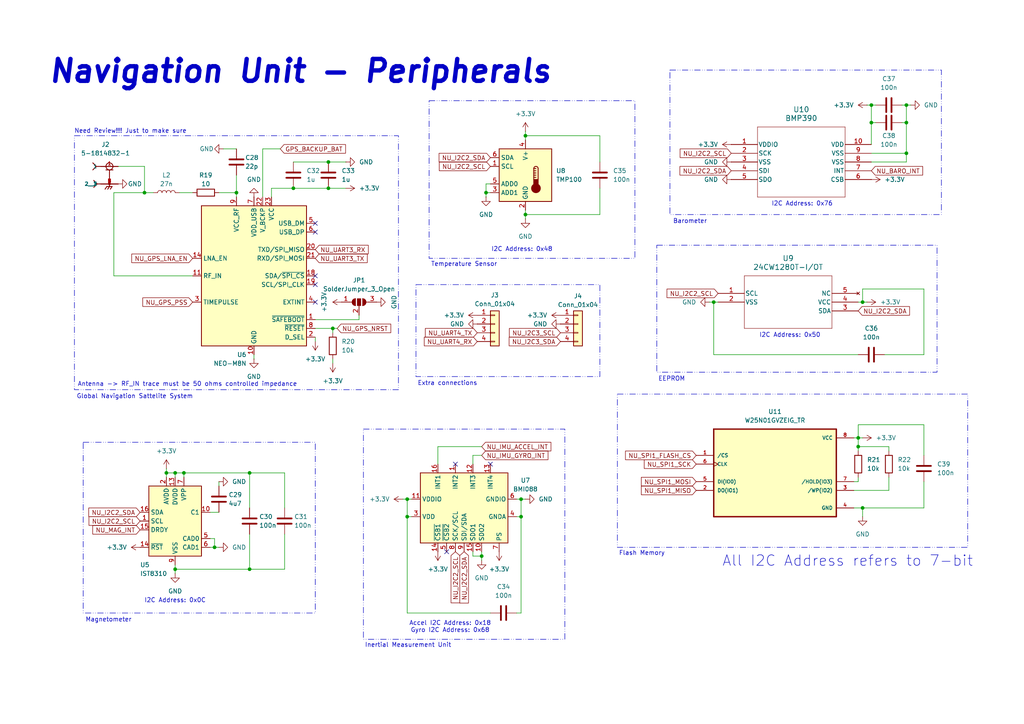
<source format=kicad_sch>
(kicad_sch (version 20250114) (generator "eeschema") (generator_version "9.0")
  (paper "A4")
  (title_block (title "Navigation Unit - Peripherals") (rev "0.1.2") (company "Breno Soares Alves"))
  (lib_symbols
    (symbol "Aircraft_Components:24CW1280T-I_OT" (pin_names (offset 0.254))
      (property "Reference" "U" (at 20.32 10.16 0))
      (property "Value" "24CW1280T-I/OT" (at 20.32 7.62 0))
      (symbol "24CW1280T-I_OT_0_1"
        (polyline (pts (xy 7.62 5.08) (xy 7.62 -10.16)) (stroke (width 0.127)))
        (polyline (pts (xy 7.62 -10.16) (xy 33.02 -10.16)) (stroke (width 0.127)))
        (polyline (pts (xy 33.02 5.08) (xy 7.62 5.08)) (stroke (width 0.127)))
        (polyline (pts (xy 33.02 -10.16) (xy 33.02 5.08)) (stroke (width 0.127)))
        (pin unspecified line (at 0 0 0) (length 7.62) (name "SCL") (number "1"))
        (pin power_out line (at 0 -2.54 0) (length 7.62) (name "VSS") (number "2"))
        (pin no_connect line (at 40.64 0 180) (length 7.62) (name "NC") (number "5"))
        (pin power_in line (at 40.64 -2.54 180) (length 7.62) (name "VCC") (number "4"))
        (pin unspecified line (at 40.64 -5.08 180) (length 7.62) (name "SDA") (number "3"))
      )
    )
    (symbol "Aircraft_Components:5-1814832-1" (pin_names (offset 1.016))
      (property "Reference" "J" (at -3.817 4.0715 0))
      (property "Value" "5-1814832-1" (at -4.3228 -5.5942 0))
      (symbol "5-1814832-1_0_0"
        (polyline (pts (xy -4.826 3.556) (xy -3.81 2.54)) (stroke (width 0.254)))
        (polyline (pts (xy -4.826 1.524) (xy -3.81 2.54)) (stroke (width 0.254)))
        (polyline (pts (xy -4.572 -1.524) (xy -3.556 -2.54)) (stroke (width 0.254)))
        (polyline (pts (xy -4.572 -3.556) (xy -3.556 -2.54)) (stroke (width 0.254)))
        (polyline (pts (xy -3.81 2.54) (xy 2.54 2.54)) (stroke (width 0.254)))
        (polyline (pts (xy -1.016 1.524) (xy 0 1.524)) (stroke (width 0.254)))
        (polyline (pts (xy -0.762 -3.302) (xy -1.27 -4.064)) (stroke (width 0.254)))
        (circle (center 0 2.54) (radius 1.016) (stroke (width 0.254)))
        (polyline (pts (xy 0 1.524) (xy 0 -2.54)) (stroke (width 0.254)))
        (polyline (pts (xy 0 1.524) (xy 1.016 1.524)) (stroke (width 0.254)))
        (polyline (pts (xy 0 -2.54) (xy -3.556 -2.54)) (stroke (width 0.254)))
        (polyline (pts (xy 0 -2.54) (xy 0 -3.302)) (stroke (width 0.254)))
        (circle (center 0 -2.54) (radius 0.254) (stroke (width 0.254)))
        (polyline (pts (xy 0 -3.302) (xy -0.762 -3.302)) (stroke (width 0.254)))
        (polyline (pts (xy 0 -3.302) (xy -0.508 -4.064)) (stroke (width 0.254)))
        (polyline (pts (xy 0 -3.302) (xy 0.762 -3.302)) (stroke (width 0.254)))
        (polyline (pts (xy 0.762 -3.302) (xy 0.254 -4.064)) (stroke (width 0.254)))
        (polyline (pts (xy 2.54 -2.54) (xy 0 -2.54)) (stroke (width 0.254)))
        (pin passive line (at 2.54 2.54 180) (length 5.08) (name "1") (number "1"))
        (pin passive line (at 2.54 -2.54 180) (length 5.08) (name "2") (number "2"))
        (pin passive line (at 2.54 -2.54 180) (length 5.08) (name "2__1") (number "3"))
        (pin passive line (at 2.54 -2.54 180) (length 5.08) (name "2__2") (number "4"))
        (pin passive line (at 2.54 -2.54 180) (length 5.08) (name "2__3") (number "5"))
      )
    )
    (symbol "Aircraft_Components:BMP390" (pin_names (offset 0.254))
      (property "Reference" "U" (at 20.32 10.16 0))
      (property "Value" "BMP390" (at 20.32 7.62 0))
      (symbol "BMP390_0_1"
        (polyline (pts (xy 7.62 5.08) (xy 7.62 -15.24)) (stroke (width 0.127)))
        (polyline (pts (xy 7.62 -15.24) (xy 33.02 -15.24)) (stroke (width 0.127)))
        (polyline (pts (xy 33.02 5.08) (xy 7.62 5.08)) (stroke (width 0.127)))
        (polyline (pts (xy 33.02 -15.24) (xy 33.02 5.08)) (stroke (width 0.127)))
        (pin power_in line (at 0 0 0) (length 7.62) (name "VDDIO") (number "1"))
        (pin input line (at 0 -2.54 0) (length 7.62) (name "SCK") (number "2"))
        (pin power_out line (at 0 -5.08 0) (length 7.62) (name "VSS") (number "3"))
        (pin bidirectional line (at 0 -7.62 0) (length 7.62) (name "SDI") (number "4"))
        (pin bidirectional line (at 0 -10.16 0) (length 7.62) (name "SDO") (number "5"))
        (pin power_in line (at 40.64 0 180) (length 7.62) (name "VDD") (number "10"))
        (pin power_out line (at 40.64 -2.54 180) (length 7.62) (name "VSS") (number "9"))
        (pin power_out line (at 40.64 -5.08 180) (length 7.62) (name "VSS") (number "8"))
        (pin input line (at 40.64 -7.62 180) (length 7.62) (name "INT") (number "7"))
        (pin input line (at 40.64 -10.16 180) (length 7.62) (name "CSB") (number "6"))
      )
    )
    (symbol "Aircraft_Components:W25N01GVZEIG_TR" (pin_names (offset 1.016))
      (property "Reference" "U" (at -17.78 13.7 0))
      (property "Value" "W25N01GVZEIG_TR" (at -17.78 -16.7 0))
      (symbol "W25N01GVZEIG_TR_0_0"
        (rectangle (start -17.78 12.7) (end 17.78 -12.7) (stroke (width 0.41)) (fill (type background)))
        (pin input line (at -22.86 5.08 0) (length 5.08) (name "/CS") (number "1"))
        (pin input clock (at -22.86 2.54 0) (length 5.08) (name "CLK") (number "6"))
        (pin bidirectional line (at -22.86 -2.54 0) (length 5.08) (name "DI(IO0)") (number "5"))
        (pin bidirectional line (at -22.86 -5.08 0) (length 5.08) (name "DO(IO1)") (number "2"))
        (pin power_in line (at 22.86 10.16 180) (length 5.08) (name "VCC") (number "8"))
        (pin bidirectional line (at 22.86 -2.54 180) (length 5.08) (name "/HOLD(IO3)") (number "7"))
        (pin bidirectional line (at 22.86 -5.08 180) (length 5.08) (name "/WP(IO2)") (number "3"))
        (pin power_in line (at 22.86 -10.16 180) (length 5.08) (name "GND") (number "4"))
      )
    )
    (symbol "Connector_Generic:Conn_01x04" (pin_names (offset 1.016) (hide yes))
      (property "Reference" "J" (at 0 5.08 0))
      (property "Value" "Conn_01x04" (at 0 -7.62 0))
      (symbol "Conn_01x04_1_1"
        (rectangle (start -1.27 3.81) (end 1.27 -6.35) (stroke (width 0.254)) (fill (type background)))
        (rectangle (start -1.27 2.667) (end 0 2.413) (stroke (width 0.1524)))
        (rectangle (start -1.27 0.127) (end 0 -0.127) (stroke (width 0.1524)))
        (rectangle (start -1.27 -2.413) (end 0 -2.667) (stroke (width 0.1524)))
        (rectangle (start -1.27 -4.953) (end 0 -5.207) (stroke (width 0.1524)))
        (pin passive line (at -5.08 2.54 0) (length 3.81) (name "Pin_1") (number "1"))
        (pin passive line (at -5.08 0 0) (length 3.81) (name "Pin_2") (number "2"))
        (pin passive line (at -5.08 -2.54 0) (length 3.81) (name "Pin_3") (number "3"))
        (pin passive line (at -5.08 -5.08 0) (length 3.81) (name "Pin_4") (number "4"))
      )
    )
    (symbol "Device:C" (pin_numbers (hide yes)) (pin_names (offset 0.254))
      (property "Reference" "C" (at 0.635 2.54 0))
      (property "Value" "C" (at 0.635 -2.54 0))
      (symbol "C_0_1"
        (polyline (pts (xy -2.032 0.762) (xy 2.032 0.762)) (stroke (width 0.508)))
        (polyline (pts (xy -2.032 -0.762) (xy 2.032 -0.762)) (stroke (width 0.508)))
      )
      (symbol "C_1_1"
        (pin passive line (at 0 3.81 270) (length 2.794) (name "~") (number "1"))
        (pin passive line (at 0 -3.81 90) (length 2.794) (name "~") (number "2"))
      )
    )
    (symbol "Device:L" (pin_numbers (hide yes)) (pin_names (offset 1.016) (hide yes))
      (property "Reference" "L" (at -1.27 0 90))
      (property "Value" "L" (at 1.905 0 90))
      (symbol "L_0_1"
        (arc (start 0 2.54) (mid 0.6323 1.905) (end 0 1.27))
        (arc (start 0 1.27) (mid 0.6323 0.635) (end 0 0))
        (arc (start 0 0) (mid 0.6323 -0.635) (end 0 -1.27))
        (arc (start 0 -1.27) (mid 0.6323 -1.905) (end 0 -2.54))
      )
      (symbol "L_1_1"
        (pin passive line (at 0 3.81 270) (length 1.27) (name "1") (number "1"))
        (pin passive line (at 0 -3.81 90) (length 1.27) (name "2") (number "2"))
      )
    )
    (symbol "Device:R" (pin_numbers (hide yes)) (pin_names (offset 0))
      (property "Reference" "R" (at 2.032 0 90))
      (property "Value" "R" (at 0 0 90))
      (symbol "R_0_1"
        (rectangle (start -1.016 -2.54) (end 1.016 2.54) (stroke (width 0.254)))
      )
      (symbol "R_1_1"
        (pin passive line (at 0 3.81 270) (length 1.27) (name "~") (number "1"))
        (pin passive line (at 0 -3.81 90) (length 1.27) (name "~") (number "2"))
      )
    )
    (symbol "Jumper:SolderJumper_3_Open" (pin_names (offset 0) (hide yes)) (in_bom no)
      (property "Reference" "JP" (at -2.54 -2.54 0))
      (property "Value" "SolderJumper_3_Open" (at 0 2.794 0))
      (symbol "SolderJumper_3_Open_0_1"
        (polyline (pts (xy -2.54 0) (xy -2.032 0)))
        (polyline (pts (xy -1.016 1.016) (xy -1.016 -1.016)))
        (arc (start -1.016 -1.016) (mid -2.0276 0) (end -1.016 1.016))
        (arc (start -1.016 -1.016) (mid -2.0276 0) (end -1.016 1.016) (fill (type outline)))
        (rectangle (start -0.508 1.016) (end 0.508 -1.016) (fill (type outline)))
        (polyline (pts (xy 0 -1.27) (xy 0 -1.016)))
        (arc (start 1.016 1.016) (mid 2.0276 0) (end 1.016 -1.016))
        (arc (start 1.016 1.016) (mid 2.0276 0) (end 1.016 -1.016) (fill (type outline)))
        (polyline (pts (xy 1.016 1.016) (xy 1.016 -1.016)))
        (polyline (pts (xy 2.54 0) (xy 2.032 0)))
      )
      (symbol "SolderJumper_3_Open_1_1"
        (pin passive line (at -5.08 0 0) (length 2.54) (name "A") (number "1"))
        (pin passive line (at 0 -3.81 90) (length 2.54) (name "C") (number "2"))
        (pin passive line (at 5.08 0 180) (length 2.54) (name "B") (number "3"))
      )
    )
    (symbol "RF_GPS:NEO-M8N"
      (property "Reference" "U" (at -13.97 21.59 0))
      (property "Value" "NEO-M8N" (at 11.43 21.59 0))
      (symbol "NEO-M8N_0_1"
        (rectangle (start -15.24 20.32) (end 15.24 -20.32) (stroke (width 0.254)) (fill (type background)))
      )
      (symbol "NEO-M8N_1_1"
        (pin bidirectional line (at -17.78 15.24 0) (length 2.54) (name "USB_DM") (number "5"))
        (pin bidirectional line (at -17.78 12.7 0) (length 2.54) (name "USB_DP") (number "6"))
        (pin output line (at -17.78 7.62 0) (length 2.54) (name "TXD/SPI_MISO") (number "20"))
        (pin input line (at -17.78 5.08 0) (length 2.54) (name "RXD/SPI_MOSI") (number "21"))
        (pin bidirectional line (at -17.78 0 0) (length 2.54) (name "SDA/~{SPI_CS}") (number "18"))
        (pin input line (at -17.78 -2.54 0) (length 2.54) (name "SCL/SPI_CLK") (number "19"))
        (pin input line (at -17.78 -7.62 0) (length 2.54) (name "EXTINT") (number "4"))
        (pin input line (at -17.78 -12.7 0) (length 2.54) (name "~{SAFEBOOT}") (number "1"))
        (pin input line (at -17.78 -15.24 0) (length 2.54) (name "~{RESET}") (number "8"))
        (pin input line (at -17.78 -17.78 0) (length 2.54) (name "D_SEL") (number "2"))
        (pin power_in line (at -5.08 22.86 270) (length 2.54) (name "VCC") (number "23"))
        (pin power_in line (at -2.54 22.86 270) (length 2.54) (name "V_BCKP") (number "22"))
        (pin power_in line (at 0 22.86 270) (length 2.54) (name "VDD_USB") (number "7"))
        (pin power_in line (at 0 -22.86 90) (length 2.54) (name "GND") (number "10"))
        (pin passive line (at 0 -22.86 90) (length 2.54) (hide yes) (name "GND") (number "12"))
        (pin passive line (at 0 -22.86 90) (length 2.54) (hide yes) (name "GND") (number "13"))
        (pin passive line (at 0 -22.86 90) (length 2.54) (hide yes) (name "GND") (number "24"))
        (pin power_out line (at 5.08 22.86 270) (length 2.54) (name "VCC_RF") (number "9"))
        (pin no_connect line (at 15.24 -10.16 180) (length 2.54) (hide yes) (name "RESERVED") (number "15"))
        (pin no_connect line (at 15.24 -12.7 180) (length 2.54) (hide yes) (name "RESERVED") (number "16"))
        (pin no_connect line (at 15.24 -15.24 180) (length 2.54) (hide yes) (name "RESERVED") (number "17"))
        (pin output line (at 17.78 5.08 180) (length 2.54) (name "LNA_EN") (number "14"))
        (pin input line (at 17.78 0 180) (length 2.54) (name "RF_IN") (number "11"))
        (pin output line (at 17.78 -7.62 180) (length 2.54) (name "TIMEPULSE") (number "3"))
      )
    )
    (symbol "Sensor_Magnetic:IST8310"
      (property "Reference" "U" (at -7.62 11.43 0))
      (property "Value" "IST8310" (at 10.16 11.43 0))
      (symbol "IST8310_0_1"
        (rectangle (start -7.62 10.16) (end 7.62 -10.16) (stroke (width 0.254)) (fill (type background)))
      )
      (symbol "IST8310_1_1"
        (pin bidirectional line (at -10.16 2.54 0) (length 2.54) (name "SDA") (number "16"))
        (pin input line (at -10.16 0 0) (length 2.54) (name "SCL") (number "1"))
        (pin output line (at -10.16 -2.54 0) (length 2.54) (name "DRDY") (number "15"))
        (pin input line (at -10.16 -7.62 0) (length 2.54) (name "~{RST}") (number "14"))
        (pin no_connect line (at -7.62 7.62 0) (length 2.54) (hide yes) (name "NC") (number "3"))
        (pin no_connect line (at -7.62 5.08 0) (length 2.54) (hide yes) (name "NC") (number "4"))
        (pin power_in line (at -2.54 12.7 270) (length 2.54) (name "AVDD") (number "2"))
        (pin power_in line (at 0 12.7 270) (length 2.54) (name "DVDD") (number "13"))
        (pin passive line (at 0 -12.7 90) (length 2.54) (hide yes) (name "VSS") (number "11"))
        (pin power_in line (at 0 -12.7 90) (length 2.54) (name "VSS") (number "9"))
        (pin passive line (at 2.54 12.7 270) (length 2.54) (name "VPP") (number "7"))
        (pin no_connect line (at 7.62 7.62 180) (length 2.54) (hide yes) (name "NC") (number "12"))
        (pin no_connect line (at 7.62 5.08 180) (length 2.54) (hide yes) (name "NC") (number "8"))
        (pin passive line (at 10.16 2.54 180) (length 2.54) (name "C1") (number "10"))
        (pin input line (at 10.16 -5.08 180) (length 2.54) (name "CAD0") (number "5"))
        (pin input line (at 10.16 -7.62 180) (length 2.54) (name "CAD1") (number "6"))
      )
    )
    (symbol "Sensor_Motion:BMI088"
      (property "Reference" "U" (at -8.89 13.97 0))
      (property "Value" "BMI088" (at 8.89 13.97 0))
      (symbol "BMI088_1_1"
        (rectangle (start -10.16 12.7) (end 10.16 -12.7) (stroke (width 0.254)) (fill (type background)))
        (pin input line (at -12.7 7.62 0) (length 2.54) (name "~{CSB1}") (number "14"))
        (pin input line (at -12.7 5.08 0) (length 2.54) (name "~{CSB2}") (number "5"))
        (pin input line (at -12.7 2.54 0) (length 2.54) (name "SCK/SCL") (number "8"))
        (pin bidirectional line (at -12.7 0 0) (length 2.54) (name "SDI/SDA") (number "9"))
        (pin output line (at -12.7 -2.54 0) (length 2.54) (name "SDO1") (number "15"))
        (pin output line (at -12.7 -5.08 0) (length 2.54) (name "SDO2") (number "10"))
        (pin input line (at -12.7 -10.16 0) (length 2.54) (name "PS") (number "7"))
        (pin power_in line (at -2.54 15.24 270) (length 2.54) (name "VDD") (number "3"))
        (pin passive line (at -2.54 -15.24 90) (length 2.54) (hide yes) (name "GNDA") (number "2"))
        (pin power_in line (at -2.54 -15.24 90) (length 2.54) (name "GNDA") (number "4"))
        (pin power_in line (at 2.54 15.24 270) (length 2.54) (name "VDDIO") (number "11"))
        (pin power_in line (at 2.54 -15.24 90) (length 2.54) (name "GNDIO") (number "6"))
        (pin bidirectional line (at 12.7 7.62 180) (length 2.54) (name "INT1") (number "16"))
        (pin bidirectional line (at 12.7 2.54 180) (length 2.54) (name "INT2") (number "1"))
        (pin bidirectional line (at 12.7 -2.54 180) (length 2.54) (name "INT3") (number "12"))
        (pin bidirectional line (at 12.7 -7.62 180) (length 2.54) (name "INT4") (number "13"))
      )
    )
    (symbol "Sensor_Temperature:TMP100"
      (property "Reference" "U" (at 10.16 6.35 0))
      (property "Value" "TMP100" (at 12.7 3.81 0))
      (symbol "TMP100_0_1"
        (rectangle (start -7.62 7.62) (end 7.62 -7.62) (stroke (width 0.254)) (fill (type background)))
      )
      (symbol "TMP100_1_1"
        (polyline (pts (xy 2.413 1.905) (xy 2.413 -1.27)) (stroke (width 0.254)))
        (polyline (pts (xy 2.413 1.905) (xy 3.048 1.905)) (stroke (width 0.254)))
        (polyline (pts (xy 2.413 1.27) (xy 3.048 1.27)) (stroke (width 0.254)))
        (polyline (pts (xy 2.413 0.635) (xy 3.048 0.635)) (stroke (width 0.254)))
        (polyline (pts (xy 2.413 0) (xy 3.048 0)) (stroke (width 0.254)))
        (polyline (pts (xy 2.413 -0.635) (xy 3.048 -0.635)) (stroke (width 0.254)))
        (arc (start 2.413 1.905) (mid 3.048 2.5373) (end 3.683 1.905) (stroke (width 0.254)))
        (circle (center 3.048 -3.81) (radius 1.27) (stroke (width 0.254)) (fill (type outline)))
        (polyline (pts (xy 3.683 1.905) (xy 3.683 -1.27)) (stroke (width 0.254)))
        (rectangle (start 3.683 -3.175) (end 2.413 -1.27) (stroke (width 0.254)) (fill (type outline)))
        (pin bidirectional line (at -10.16 5.08 0) (length 2.54) (name "SDA") (number "6"))
        (pin input line (at -10.16 2.54 0) (length 2.54) (name "SCL") (number "1"))
        (pin input line (at -10.16 -2.54 0) (length 2.54) (name "ADD0") (number "5"))
        (pin input line (at -10.16 -5.08 0) (length 2.54) (name "ADD1") (number "3"))
        (pin power_in line (at 0 10.16 270) (length 2.54) (name "V+") (number "4"))
        (pin power_in line (at 0 -10.16 90) (length 2.54) (name "GND") (number "2"))
      )
    )
    (symbol "power:+3.3V" (power) (pin_numbers (hide yes)) (pin_names (offset 0) (hide yes))
      (property "Value" "+3.3V" (at 0 3.556 0))
      (symbol "+3.3V_0_1"
        (polyline (pts (xy -0.762 1.27) (xy 0 2.54)))
        (polyline (pts (xy 0 2.54) (xy 0.762 1.27)))
        (polyline (pts (xy 0 0) (xy 0 2.54)))
      )
      (symbol "+3.3V_1_1"
        (pin power_in line (at 0 0 90) (length 0) (name "~") (number "1"))
      )
    )
    (symbol "power:GND" (power) (pin_numbers (hide yes)) (pin_names (offset 0) (hide yes))
      (property "Value" "GND" (at 0 -3.81 0))
      (symbol "GND_0_1"
        (polyline (pts (xy 0 0) (xy 0 -1.27) (xy 1.27 -1.27) (xy 0 -2.54) (xy -1.27 -1.27) (xy 0 -1.27)))
      )
      (symbol "GND_1_1"
        (pin power_in line (at 0 0 270) (length 0) (name "~") (number "1"))
      )
    )
  )
  (rectangle (start 120.65 82.55) (end 173.99 109.22) (stroke (width 0) (type dash_dot_dot)))
  (rectangle (start 194.31 20.32) (end 273.05 62.23) (stroke (width 0) (type dash_dot_dot)))
  (rectangle (start 124.46 29.21) (end 184.15 74.93) (stroke (width 0) (type dash_dot_dot)))
  (rectangle (start 190.5 71.12) (end 271.78 107.95) (stroke (width 0) (type dash_dot_dot)))
  (rectangle (start 21.59 39.37) (end 115.57 113.03) (stroke (width 0) (type dash_dot_dot)))
  (rectangle (start 105.41 124.46) (end 163.83 185.42) (stroke (width 0) (type dash_dot_dot)))
  (rectangle (start 179.07 114.3) (end 280.67 158.75) (stroke (width 0) (type dash_dot_dot)))
  (rectangle (start 24.13 128.27) (end 91.44 177.8) (stroke (width 0) (type dash_dot_dot)))
  (text "Magnetometer" (at 31.496 179.832 0) (effects (font (size 1.27 1.27))))
  (text "Navigation Unit - Peripherals" (at 87.122 20.828 0) (effects (font (size 6.35 6.35) (thickness 1.27) (bold yes) (italic yes))))
  (text "I2C Address: 0x48" (at 151.384 72.39 0) (effects (font (size 1.27 1.27))))
  (text "Flash Memory" (at 186.182 160.528 0) (effects (font (size 1.27 1.27))))
  (text "I2C Address: 0x76" (at 232.664 59.182 0) (effects (font (size 1.27 1.27))))
  (text "Barometer" (at 200.152 64.262 0) (effects (font (size 1.27 1.27))))
  (text "Temperature Sensor" (at 134.62 76.708 0) (effects (font (size 1.27 1.27))))
  (text "Accel I2C Address: 0x18\nGyro I2C Address: 0x68" (at 130.556 181.864 0) (effects (font (size 1.27 1.27))))
  (text "EEPROM" (at 194.818 109.982 0) (effects (font (size 1.27 1.27))))
  (text "Need Review!!! Just to make sure" (at 37.846 38.1 0) (effects (font (size 1.27 1.27))))
  (text "Global Navigation Sattelite System" (at 39.116 115.062 0) (effects (font (size 1.27 1.27))))
  (text "Inertial Measurement Unit" (at 118.364 187.198 0) (effects (font (size 1.27 1.27))))
  (text "All I2C Address refers to 7-bit" (at 245.872 162.814 0) (effects (font (size 3.048 3.048))))
  (text "Antenna -> RF_IN trace must be 50 ohms controlled impedance" (at 54.356 111.506 0) (effects (font (size 1.27 1.27))))
  (text "I2C Address: 0x0C" (at 50.8 174.244 0) (effects (font (size 1.27 1.27))))
  (text "I2C Address: 0x50" (at 229.108 97.282 0) (effects (font (size 1.27 1.27))))
  (text "Extra connections" (at 129.794 111.252 0) (effects (font (size 1.27 1.27))))
  (junction (at 68.58 55.88))
  (junction (at 95.25 46.99))
  (junction (at 72.39 165.1))
  (junction (at 62.23 158.75))
  (junction (at 248.92 127))
  (junction (at 50.8 165.1))
  (junction (at 118.11 144.78))
  (junction (at 250.19 87.63))
  (junction (at 207.01 87.63))
  (junction (at 53.34 137.16))
  (junction (at 140.97 55.88))
  (junction (at 85.09 54.61))
  (junction (at 96.52 95.25))
  (junction (at 118.11 149.86))
  (junction (at 252.73 35.56))
  (junction (at 262.89 35.56))
  (junction (at 139.7 161.29))
  (junction (at 262.89 44.45))
  (junction (at 95.25 54.61))
  (junction (at 250.19 147.32))
  (junction (at 41.91 55.88))
  (junction (at 152.4 39.37))
  (junction (at 72.39 137.16))
  (junction (at 151.13 144.78))
  (junction (at 151.13 149.86))
  (junction (at 252.73 30.48))
  (junction (at 248.92 129.54))
  (junction (at 152.4 62.23))
  (junction (at 262.89 30.48))
  (junction (at 50.8 137.16))
  (junction (at 48.26 137.16))
  (no_connect (at 91.44 80.01))
  (no_connect (at 142.24 134.62))
  (no_connect (at 91.44 67.31))
  (no_connect (at 129.54 160.02))
  (no_connect (at 91.44 82.55))
  (no_connect (at 132.08 134.62))
  (no_connect (at 91.44 87.63))
  (no_connect (at 91.44 64.77))
  (wire (pts (xy 82.55 137.16) (xy 72.39 137.16)))
  (wire (pts (xy 149.86 149.86) (xy 151.13 149.86)))
  (wire (pts (xy 118.11 144.78) (xy 119.38 144.78)))
  (wire (pts (xy 118.11 177.8) (xy 118.11 149.86)))
  (wire (pts (xy 257.81 142.24) (xy 257.81 138.43)))
  (wire (pts (xy 140.97 55.88) (xy 142.24 55.88)))
  (wire (pts (xy 33.02 55.88) (xy 33.02 80.01)))
  (wire (pts (xy 149.86 144.78) (xy 151.13 144.78)))
  (wire (pts (xy 139.7 160.02) (xy 139.7 161.29)))
  (wire (pts (xy 262.89 35.56) (xy 262.89 44.45)))
  (wire (pts (xy 257.81 129.54) (xy 248.92 129.54)))
  (wire (pts (xy 248.92 139.7) (xy 248.92 138.43)))
  (wire (pts (xy 96.52 104.14) (xy 96.52 105.41)))
  (wire (pts (xy 252.73 30.48) (xy 254 30.48)))
  (wire (pts (xy 72.39 147.32) (xy 72.39 137.16)))
  (wire (pts (xy 256.54 102.87) (xy 267.97 102.87)))
  (wire (pts (xy 82.55 147.32) (xy 82.55 137.16)))
  (wire (pts (xy 250.19 87.63) (xy 250.19 83.82)))
  (wire (pts (xy 50.8 165.1) (xy 72.39 165.1)))
  (wire (pts (xy 41.91 55.88) (xy 41.91 48.26)))
  (wire (pts (xy 72.39 165.1) (xy 72.39 154.94)))
  (wire (pts (xy 262.89 44.45) (xy 252.73 44.45)))
  (wire (pts (xy 50.8 137.16) (xy 53.34 137.16)))
  (wire (pts (xy 140.97 57.15) (xy 140.97 55.88)))
  (wire (pts (xy 250.19 87.63) (xy 251.46 87.63)))
  (wire (pts (xy 152.4 39.37) (xy 173.99 39.37)))
  (wire (pts (xy 252.73 35.56) (xy 252.73 41.91)))
  (wire (pts (xy 48.26 135.89) (xy 48.26 137.16)))
  (wire (pts (xy 68.58 55.88) (xy 63.5 55.88)))
  (wire (pts (xy 140.97 55.88) (xy 140.97 53.34)))
  (wire (pts (xy 252.73 30.48) (xy 252.73 35.56)))
  (wire (pts (xy 261.62 35.56) (xy 262.89 35.56)))
  (wire (pts (xy 248.92 129.54) (xy 248.92 130.81)))
  (wire (pts (xy 53.34 137.16) (xy 53.34 138.43)))
  (wire (pts (xy 82.55 165.1) (xy 82.55 154.94)))
  (wire (pts (xy 53.34 137.16) (xy 72.39 137.16)))
  (wire (pts (xy 250.19 147.32) (xy 267.97 147.32)))
  (wire (pts (xy 207.01 87.63) (xy 208.28 87.63)))
  (wire (pts (xy 139.7 132.08) (xy 137.16 132.08)))
  (wire (pts (xy 34.29 48.26) (xy 41.91 48.26)))
  (wire (pts (xy 252.73 35.56) (xy 254 35.56)))
  (wire (pts (xy 248.92 127) (xy 250.19 127)))
  (wire (pts (xy 68.58 50.8) (xy 68.58 55.88)))
  (wire (pts (xy 151.13 144.78) (xy 152.4 144.78)))
  (wire (pts (xy 139.7 129.54) (xy 127 129.54)))
  (wire (pts (xy 60.96 148.59) (xy 63.5 148.59)))
  (wire (pts (xy 48.26 137.16) (xy 50.8 137.16)))
  (wire (pts (xy 139.7 161.29) (xy 137.16 161.29)))
  (wire (pts (xy 152.4 38.1) (xy 152.4 39.37)))
  (wire (pts (xy 55.88 80.01) (xy 33.02 80.01)))
  (wire (pts (xy 248.92 87.63) (xy 250.19 87.63)))
  (wire (pts (xy 50.8 137.16) (xy 50.8 138.43)))
  (wire (pts (xy 262.89 30.48) (xy 264.16 30.48)))
  (wire (pts (xy 247.65 127) (xy 248.92 127)))
  (wire (pts (xy 173.99 39.37) (xy 173.99 46.99)))
  (wire (pts (xy 261.62 30.48) (xy 262.89 30.48)))
  (wire (pts (xy 95.25 54.61) (xy 100.33 54.61)))
  (wire (pts (xy 250.19 83.82) (xy 267.97 83.82)))
  (wire (pts (xy 250.19 149.86) (xy 250.19 147.32)))
  (wire (pts (xy 205.74 87.63) (xy 207.01 87.63)))
  (wire (pts (xy 207.01 87.63) (xy 207.01 102.87)))
  (wire (pts (xy 78.74 54.61) (xy 85.09 54.61)))
  (wire (pts (xy 152.4 39.37) (xy 152.4 40.64)))
  (wire (pts (xy 76.2 43.18) (xy 76.2 57.15)))
  (wire (pts (xy 91.44 97.79) (xy 91.44 99.06)))
  (wire (pts (xy 173.99 54.61) (xy 173.99 62.23)))
  (wire (pts (xy 62.23 156.21) (xy 60.96 156.21)))
  (wire (pts (xy 267.97 83.82) (xy 267.97 102.87)))
  (wire (pts (xy 262.89 46.99) (xy 252.73 46.99)))
  (wire (pts (xy 173.99 62.23) (xy 152.4 62.23)))
  (wire (pts (xy 152.4 62.23) (xy 152.4 60.96)))
  (wire (pts (xy 96.52 95.25) (xy 97.79 95.25)))
  (wire (pts (xy 62.23 158.75) (xy 63.5 158.75)))
  (wire (pts (xy 50.8 163.83) (xy 50.8 165.1)))
  (wire (pts (xy 151.13 149.86) (xy 151.13 144.78)))
  (wire (pts (xy 96.52 95.25) (xy 96.52 96.52)))
  (wire (pts (xy 95.25 46.99) (xy 100.33 46.99)))
  (wire (pts (xy 104.14 92.71) (xy 104.14 91.44)))
  (wire (pts (xy 262.89 30.48) (xy 262.89 35.56)))
  (wire (pts (xy 85.09 54.61) (xy 95.25 54.61)))
  (wire (pts (xy 85.09 46.99) (xy 95.25 46.99)))
  (wire (pts (xy 137.16 132.08) (xy 137.16 134.62)))
  (wire (pts (xy 81.28 43.18) (xy 76.2 43.18)))
  (wire (pts (xy 207.01 102.87) (xy 248.92 102.87)))
  (wire (pts (xy 60.96 158.75) (xy 62.23 158.75)))
  (wire (pts (xy 118.11 177.8) (xy 142.24 177.8)))
  (wire (pts (xy 96.52 95.25) (xy 91.44 95.25)))
  (wire (pts (xy 151.13 177.8) (xy 151.13 149.86)))
  (wire (pts (xy 62.23 158.75) (xy 62.23 156.21)))
  (wire (pts (xy 262.89 44.45) (xy 262.89 46.99)))
  (wire (pts (xy 248.92 127) (xy 248.92 129.54)))
  (wire (pts (xy 52.07 55.88) (xy 55.88 55.88)))
  (wire (pts (xy 267.97 147.32) (xy 267.97 139.7)))
  (wire (pts (xy 78.74 57.15) (xy 78.74 54.61)))
  (wire (pts (xy 267.97 123.19) (xy 267.97 132.08)))
  (wire (pts (xy 251.46 30.48) (xy 252.73 30.48)))
  (wire (pts (xy 68.58 57.15) (xy 68.58 55.88)))
  (wire (pts (xy 44.45 55.88) (xy 41.91 55.88)))
  (wire (pts (xy 72.39 165.1) (xy 82.55 165.1)))
  (wire (pts (xy 152.4 62.23) (xy 152.4 63.5)))
  (wire (pts (xy 248.92 127) (xy 248.92 123.19)))
  (wire (pts (xy 118.11 144.78) (xy 118.11 149.86)))
  (wire (pts (xy 48.26 137.16) (xy 48.26 138.43)))
  (wire (pts (xy 33.02 55.88) (xy 41.91 55.88)))
  (wire (pts (xy 247.65 139.7) (xy 248.92 139.7)))
  (wire (pts (xy 64.77 43.18) (xy 68.58 43.18)))
  (wire (pts (xy 63.5 139.7) (xy 63.5 140.97)))
  (wire (pts (xy 116.84 144.78) (xy 118.11 144.78)))
  (wire (pts (xy 139.7 161.29) (xy 139.7 162.56)))
  (wire (pts (xy 151.13 177.8) (xy 149.86 177.8)))
  (wire (pts (xy 73.66 102.87) (xy 73.66 104.14)))
  (wire (pts (xy 50.8 165.1) (xy 50.8 166.37)))
  (wire (pts (xy 250.19 147.32) (xy 247.65 147.32)))
  (wire (pts (xy 140.97 53.34) (xy 142.24 53.34)))
  (wire (pts (xy 127 129.54) (xy 127 134.62)))
  (wire (pts (xy 137.16 161.29) (xy 137.16 160.02)))
  (wire (pts (xy 118.11 149.86) (xy 119.38 149.86)))
  (wire (pts (xy 257.81 130.81) (xy 257.81 129.54)))
  (wire (pts (xy 248.92 123.19) (xy 267.97 123.19)))
  (wire (pts (xy 247.65 142.24) (xy 257.81 142.24)))
  (wire (pts (xy 91.44 92.71) (xy 104.14 92.71)))
  (global_label "NU_BARO_INT" (shape input) (at 252.73 49.53 0) (property "Intersheetrefs" "${INTERSHEET_REFS}" (effects (hide yes))))
  (global_label "NU_GPS_LNA_EN" (shape input) (at 55.88 74.93 180) (property "Intersheetrefs" "${INTERSHEET_REFS}" (effects (hide yes))))
  (global_label "NU_GPS_NRST" (shape input) (at 97.79 95.25 0) (property "Intersheetrefs" "${INTERSHEET_REFS}" (effects (hide yes))))
  (global_label "NU_I2C2_SDA" (shape input) (at 40.64 148.59 180) (property "Intersheetrefs" "${INTERSHEET_REFS}" (effects (hide yes))))
  (global_label "NU_UART3_RX" (shape input) (at 91.44 72.39 0) (property "Intersheetrefs" "${INTERSHEET_REFS}" (effects (hide yes))))
  (global_label "NU_GPS_PSS" (shape input) (at 55.88 87.63 180) (property "Intersheetrefs" "${INTERSHEET_REFS}" (effects (hide yes))))
  (global_label "NU_I2C2_SCL" (shape input) (at 132.08 160.02 270) (property "Intersheetrefs" "${INTERSHEET_REFS}" (effects (hide yes))))
  (global_label "NU_SPI1_MISO" (shape input) (at 201.93 142.24 180) (property "Intersheetrefs" "${INTERSHEET_REFS}" (effects (hide yes))))
  (global_label "NU_I2C3_SDA" (shape input) (at 162.56 99.06 180) (property "Intersheetrefs" "${INTERSHEET_REFS}" (effects (hide yes))))
  (global_label "NU_I2C2_SDA" (shape input) (at 248.92 90.17 0) (property "Intersheetrefs" "${INTERSHEET_REFS}" (effects (hide yes))))
  (global_label "NU_UART4_RX" (shape input) (at 138.43 99.06 180) (property "Intersheetrefs" "${INTERSHEET_REFS}" (effects (hide yes))))
  (global_label "NU_IMU_GYRO_INT" (shape input) (at 139.7 132.08 0) (property "Intersheetrefs" "${INTERSHEET_REFS}" (effects (hide yes))))
  (global_label "NU_SPI1_MOSI" (shape input) (at 201.93 139.7 180) (property "Intersheetrefs" "${INTERSHEET_REFS}" (effects (hide yes))))
  (global_label "NU_UART3_TX" (shape input) (at 91.44 74.93 0) (property "Intersheetrefs" "${INTERSHEET_REFS}" (effects (hide yes))))
  (global_label "NU_SPI1_SCK" (shape input) (at 201.93 134.62 180) (property "Intersheetrefs" "${INTERSHEET_REFS}" (effects (hide yes))))
  (global_label "NU_I2C2_SDA" (shape input) (at 212.09 49.53 180) (property "Intersheetrefs" "${INTERSHEET_REFS}" (effects (hide yes))))
  (global_label "NU_I2C2_SCL" (shape input) (at 208.28 85.09 180) (property "Intersheetrefs" "${INTERSHEET_REFS}" (effects (hide yes))))
  (global_label "GPS_BACKUP_BAT" (shape input) (at 81.28 43.18 0) (property "Intersheetrefs" "${INTERSHEET_REFS}" (effects (hide yes))))
  (global_label "NU_I2C2_SCL" (shape input) (at 212.09 44.45 180) (property "Intersheetrefs" "${INTERSHEET_REFS}" (effects (hide yes))))
  (global_label "NU_I2C2_SCL" (shape input) (at 142.24 48.26 180) (property "Intersheetrefs" "${INTERSHEET_REFS}" (effects (hide yes))))
  (global_label "NU_IMU_ACCEL_INT" (shape input) (at 139.7 129.54 0) (property "Intersheetrefs" "${INTERSHEET_REFS}" (effects (hide yes))))
  (global_label "NU_MAG_INT" (shape input) (at 40.64 153.67 180) (property "Intersheetrefs" "${INTERSHEET_REFS}" (effects (hide yes))))
  (global_label "NU_I2C2_SDA" (shape input) (at 142.24 45.72 180) (property "Intersheetrefs" "${INTERSHEET_REFS}" (effects (hide yes))))
  (global_label "NU_SPI1_FLASH_CS" (shape input) (at 201.93 132.08 180) (property "Intersheetrefs" "${INTERSHEET_REFS}" (effects (hide yes))))
  (global_label "NU_I2C2_SDA" (shape input) (at 134.62 160.02 270) (property "Intersheetrefs" "${INTERSHEET_REFS}" (effects (hide yes))))
  (global_label "NU_UART4_TX" (shape input) (at 138.43 96.52 180) (property "Intersheetrefs" "${INTERSHEET_REFS}" (effects (hide yes))))
  (global_label "NU_I2C3_SCL" (shape input) (at 162.56 96.52 180) (property "Intersheetrefs" "${INTERSHEET_REFS}" (effects (hide yes))))
  (global_label "NU_I2C2_SCL" (shape input) (at 40.64 151.13 180) (property "Intersheetrefs" "${INTERSHEET_REFS}" (effects (hide yes))))
  (symbol (lib_id "power:+3.3V") (at 96.52 105.41 180) (unit 1)
    (property "Reference" "#PWR047" (effects (hide yes)))
    (property "Value" "+3.3V" (at 96.52 110.49 0))
    (property "Description" "Power symbol creates a global label with name \"+3.3V\"" (effects (hide yes)))
  )
  (symbol (lib_id "power:GND") (at 152.4 63.5 0) (unit 1)
    (property "Reference" "#PWR060" (effects (hide yes)))
    (property "Value" "GND" (at 152.4 68.58 0))
    (property "Description" "Power symbol creates a global label with name \"GND\" , ground" (effects (hide yes)))
  )
  (symbol (lib_id "power:+3.3V") (at 144.78 160.02 180) (unit 1)
    (property "Reference" "#PWR058" (effects (hide yes)))
    (property "Value" "+3.3V" (at 144.78 165.1 0))
    (property "Description" "Power symbol creates a global label with name \"+3.3V\"" (effects (hide yes)))
  )
  (symbol (lib_id "Device:C") (at 63.5 144.78 0) (unit 1)
    (property "Reference" "C29" (at 66.294 143.51 0) (effects (justify left)))
    (property "Value" "4u7" (at 66.294 146.05 0) (effects (justify left)))
    (property "Footprint" "Capacitor_SMD:C_0805_2012Metric_Pad1.18x1.45mm_HandSolder" (effects (hide yes)))
    (property "Description" "Unpolarized capacitor" (effects (hide yes)))
  )
  (symbol (lib_id "Device:C") (at 267.97 135.89 0) (unit 1)
    (property "Reference" "C39" (at 271.78 134.6199 0) (effects (justify left)))
    (property "Value" "100n" (at 271.78 137.1599 0) (effects (justify left)))
    (property "Footprint" "Capacitor_SMD:C_0603_1608Metric" (effects (hide yes)))
    (property "Description" "Unpolarized capacitor" (effects (hide yes)))
  )
  (symbol (lib_id "Jumper:SolderJumper_3_Open") (at 104.14 87.63 0) (unit 1) (in_bom no)
    (property "Reference" "JP1" (at 104.14 81.28 0))
    (property "Value" "SolderJumper_3_Open" (at 104.14 83.82 0))
    (property "Footprint" "Jumper:SolderJumper-3_P1.3mm_Open_RoundedPad1.0x1.5mm_NumberLabels" (effects (hide yes)))
    (property "Description" "Solder Jumper, 3-pole, open" (effects (hide yes)))
  )
  (symbol (lib_id "power:GND") (at 73.66 57.15 180) (unit 1)
    (property "Reference" "#PWR0136" (effects (hide yes)))
    (property "Value" "GND" (at 73.66 52.07 0))
    (property "Description" "Power symbol creates a global label with name \"GND\" , ground" (effects (hide yes)))
  )
  (symbol (lib_id "power:GND") (at 152.4 144.78 90) (unit 1)
    (property "Reference" "#PWR061" (effects (hide yes)))
    (property "Value" "GND" (at 156.21 144.7799 90) (effects (justify right)))
    (property "Description" "Power symbol creates a global label with name \"GND\" , ground" (effects (hide yes)))
  )
  (symbol (lib_id "power:GND") (at 140.97 57.15 0) (unit 1)
    (property "Reference" "#PWR057" (effects (hide yes)))
    (property "Value" "GND" (at 140.97 62.23 0))
    (property "Description" "Power symbol creates a global label with name \"GND\" , ground" (effects (hide yes)))
  )
  (symbol (lib_id "Connector_Generic:Conn_01x04") (at 167.64 93.98 0) (unit 1)
    (property "Reference" "J4" (at 167.64 85.852 0))
    (property "Value" "Conn_01x04" (at 167.64 88.392 0))
    (property "Footprint" "Connector_JST:JST_PH_S4B-PH-K_1x04_P2.00mm_Horizontal" (effects (hide yes)))
    (property "Description" "Generic connector, single row, 01x04, script generated (kicad-library-utils/schlib/autogen/connector/)" (effects (hide yes)))
  )
  (symbol (lib_id "Device:R") (at 96.52 100.33 0) (unit 1)
    (property "Reference" "R20" (at 99.06 99.0599 0) (effects (justify left)))
    (property "Value" "10k" (at 99.06 101.5999 0) (effects (justify left)))
    (property "Footprint" "Resistor_SMD:R_0603_1608Metric_Pad0.98x0.95mm_HandSolder" (effects (hide yes)))
    (property "Description" "Resistor" (effects (hide yes)))
  )
  (symbol (lib_id "Aircraft_Components:BMP390") (at 212.09 41.91 0) (unit 1)
    (property "Reference" "U10" (at 232.41 31.75 0) (effects (font (size 1.524 1.524))))
    (property "Value" "BMP390" (at 232.41 34.29 0) (effects (font (size 1.524 1.524))))
    (property "Footprint" "Aircraft_Footprints:10LGA_2X2X0p75_BOS" (effects (hide yes)))
    (property "Datasheet" "https://www.bosch-sensortec.com/media/boschsensortec/downloads/datasheets/bst-bmp390-ds002.pdf" (effects (hide yes)))
  )
  (symbol (lib_id "power:GND") (at 250.19 149.86 0) (unit 1)
    (property "Reference" "#PWR069" (effects (hide yes)))
    (property "Value" "GND" (at 250.19 154.94 0))
    (property "Description" "Power symbol creates a global label with name \"GND\" , ground" (effects (hide yes)))
  )
  (symbol (lib_id "Device:C") (at 257.81 30.48 270) (unit 1)
    (property "Reference" "C37" (at 257.81 22.86 90))
    (property "Value" "100n" (at 257.81 25.4 90))
    (property "Footprint" "Capacitor_SMD:C_0603_1608Metric" (effects (hide yes)))
    (property "Description" "Unpolarized capacitor" (effects (hide yes)))
  )
  (symbol (lib_id "Connector_Generic:Conn_01x04") (at 143.51 93.98 0) (unit 1)
    (property "Reference" "J3" (at 143.51 85.598 0))
    (property "Value" "Conn_01x04" (at 143.51 88.138 0))
    (property "Footprint" "Connector_JST:JST_PH_S4B-PH-K_1x04_P2.00mm_Horizontal" (effects (hide yes)))
    (property "Description" "Generic connector, single row, 01x04, script generated (kicad-library-utils/schlib/autogen/connector/)" (effects (hide yes)))
  )
  (symbol (lib_id "Device:C") (at 252.73 102.87 270) (unit 1)
    (property "Reference" "C36" (at 252.73 95.25 90))
    (property "Value" "100n" (at 252.73 97.79 90))
    (property "Footprint" "Capacitor_SMD:C_0603_1608Metric" (effects (hide yes)))
    (property "Description" "Unpolarized capacitor" (effects (hide yes)))
  )
  (symbol (lib_id "Device:R") (at 248.92 134.62 0) (unit 1)
    (property "Reference" "R21" (at 251.46 133.3499 0) (effects (justify left)))
    (property "Value" "10k" (at 251.46 135.8899 0) (effects (justify left)))
    (property "Footprint" "Resistor_SMD:R_0603_1608Metric_Pad0.98x0.95mm_HandSolder" (effects (hide yes)))
    (property "Description" "Resistor" (effects (hide yes)))
  )
  (symbol (lib_id "power:+3.3V") (at 250.19 127 270) (unit 1)
    (property "Reference" "#PWR068" (effects (hide yes)))
    (property "Value" "+3.3V" (at 254 126.9999 90) (effects (justify left)))
    (property "Description" "Power symbol creates a global label with name \"+3.3V\"" (effects (hide yes)))
  )
  (symbol (lib_id "Device:C") (at 68.58 46.99 0) (unit 1)
    (property "Reference" "C28" (at 71.12 45.72 0) (effects (justify left)))
    (property "Value" "22p" (at 71.12 48.26 0) (effects (justify left)))
    (property "Footprint" "Capacitor_SMD:C_0603_1608Metric" (effects (hide yes)))
    (property "Description" "Unpolarized capacitor" (effects (hide yes)))
  )
  (symbol (lib_id "power:GND") (at 64.77 43.18 270) (unit 1)
    (property "Reference" "#PWR041" (effects (hide yes)))
    (property "Value" "GND" (at 61.976 43.18 90) (effects (justify right)))
    (property "Description" "Power symbol creates a global label with name \"GND\" , ground" (effects (hide yes)))
  )
  (symbol (lib_id "power:GND") (at 50.8 166.37 0) (unit 1)
    (property "Reference" "#PWR042" (effects (hide yes)))
    (property "Value" "GND" (at 50.8 171.45 0))
    (property "Description" "Power symbol creates a global label with name \"GND\" , ground" (effects (hide yes)))
  )
  (symbol (lib_id "power:GND") (at 63.5 158.75 90) (unit 1)
    (property "Reference" "#PWR044" (effects (hide yes)))
    (property "Value" "GND" (at 67.31 158.7499 90) (effects (justify right)))
    (property "Description" "Power symbol creates a global label with name \"GND\" , ground" (effects (hide yes)))
  )
  (symbol (lib_id "Aircraft_Components:24CW1280T-I_OT") (at 208.28 85.09 0) (unit 1)
    (property "Reference" "U9" (at 228.6 74.93 0) (effects (font (size 1.524 1.524))))
    (property "Value" "24CW1280T-I/OT" (at 228.6 77.47 0) (effects (font (size 1.524 1.524))))
    (property "Footprint" "Aircraft_Footprints:SOT-23-5_2P9X1P6_MCH" (effects (hide yes)))
    (property "Datasheet" "https://ww1.microchip.com/downloads/aemDocuments/documents/MPD/ProductDocuments/DataSheets/24CW16X-24CW32X-24CW64X-24CW128X-Data-Sheet-DS20005772.pdf" (effects (hide yes)))
  )
  (symbol (lib_id "power:+3.3V") (at 212.09 41.91 90) (unit 1)
    (property "Reference" "#PWR065" (effects (hide yes)))
    (property "Value" "+3.3V" (at 208.28 41.9099 90) (effects (justify left)))
    (property "Description" "Power symbol creates a global label with name \"+3.3V\"" (effects (hide yes)))
  )
  (symbol (lib_id "Device:C") (at 95.25 50.8 0) (unit 1)
    (property "Reference" "C33" (at 99.06 49.5299 0) (effects (justify left)))
    (property "Value" "1u" (at 99.06 52.0699 0) (effects (justify left)))
    (property "Footprint" "Capacitor_SMD:C_0805_2012Metric_Pad1.18x1.45mm_HandSolder" (effects (hide yes)))
    (property "Description" "Unpolarized capacitor" (effects (hide yes)))
  )
  (symbol (lib_id "power:+3.3V") (at 162.56 91.44 90) (unit 1)
    (property "Reference" "#PWR062" (effects (hide yes)))
    (property "Value" "+3.3V" (at 158.75 91.4399 90) (effects (justify left)))
    (property "Description" "Power symbol creates a global label with name \"+3.3V\"" (effects (hide yes)))
  )
  (symbol (lib_id "power:GND") (at 138.43 93.98 270) (unit 1)
    (property "Reference" "#PWR055" (effects (hide yes)))
    (property "Value" "GND" (at 134.62 93.9799 90) (effects (justify right)))
    (property "Description" "Power symbol creates a global label with name \"GND\" , ground" (effects (hide yes)))
  )
  (symbol (lib_id "power:+3.3V") (at 116.84 144.78 90) (unit 1)
    (property "Reference" "#PWR052" (effects (hide yes)))
    (property "Value" "+3.3V" (at 113.03 144.7799 90) (effects (justify left)))
    (property "Description" "Power symbol creates a global label with name \"+3.3V\"" (effects (hide yes)))
  )
  (symbol (lib_id "power:+3.3V") (at 99.06 87.63 90) (mirror x) (unit 1)
    (property "Reference" "#PWR048" (effects (hide yes)))
    (property "Value" "+3.3V" (at 93.98 87.63 0))
    (property "Description" "Power symbol creates a global label with name \"+3.3V\"" (effects (hide yes)))
  )
  (symbol (lib_id "Device:L") (at 48.26 55.88 90) (unit 1)
    (property "Reference" "L2" (at 48.26 50.8 90))
    (property "Value" "27n" (at 48.26 53.34 90))
    (property "Description" "Inductor" (effects (hide yes)))
  )
  (symbol (lib_id "power:GND") (at 264.16 30.48 90) (unit 1)
    (property "Reference" "#PWR073" (effects (hide yes)))
    (property "Value" "GND" (at 267.97 30.4799 90) (effects (justify right)))
    (property "Description" "Power symbol creates a global label with name \"GND\" , ground" (effects (hide yes)))
  )
  (symbol (lib_id "Device:R") (at 59.69 55.88 90) (unit 1)
    (property "Reference" "R19" (at 59.69 50.8 90))
    (property "Value" "10" (at 59.69 53.34 90))
    (property "Footprint" "Resistor_SMD:R_0603_1608Metric_Pad0.98x0.95mm_HandSolder" (effects (hide yes)))
    (property "Description" "Resistor" (effects (hide yes)))
  )
  (symbol (lib_id "power:GND") (at 63.5 139.7 90) (unit 1)
    (property "Reference" "#PWR043" (effects (hide yes)))
    (property "Value" "GND" (at 67.31 139.6999 90) (effects (justify right)))
    (property "Description" "Power symbol creates a global label with name \"GND\" , ground" (effects (hide yes)))
  )
  (symbol (lib_id "power:+3.3V") (at 100.33 54.61 270) (unit 1)
    (property "Reference" "#PWR050" (effects (hide yes)))
    (property "Value" "+3.3V" (at 104.14 54.6099 90) (effects (justify left)))
    (property "Description" "Power symbol creates a global label with name \"+3.3V\"" (effects (hide yes)))
  )
  (symbol (lib_id "Device:C") (at 257.81 35.56 270) (unit 1)
    (property "Reference" "C38" (at 257.81 39.37 90))
    (property "Value" "100n" (at 257.81 41.91 90))
    (property "Footprint" "Capacitor_SMD:C_0603_1608Metric" (effects (hide yes)))
    (property "Description" "Unpolarized capacitor" (effects (hide yes)))
  )
  (symbol (lib_id "Aircraft_Components:W25N01GVZEIG_TR") (at 224.79 137.16 0) (unit 1)
    (property "Reference" "U11" (at 224.79 119.38 0))
    (property "Value" "W25N01GVZEIG_TR" (at 224.79 121.92 0))
    (property "Footprint" "Aircraft_Footprints:SON127P800X600X80-9N" (effects (hide yes)))
    (property "Datasheet" "https://www.winbond.com/resource-files/W25N01GV%20Rev%20O%20092619.pdf" (effects (hide yes)))
    (property "Description" "Ic Flash 1gbit 104mhz 8wson" (effects (hide yes)))
    (property "MF" "Winbond Electronics" (effects (hide yes)))
    (property "PACKAGE" "WSON-8 Winbond" (effects (hide yes)))
    (property "PRICE" "None" (effects (hide yes)))
    (property "Package" "WSON-8 Winbond" (effects (hide yes)))
    (property "Check_prices" "https://www.snapeda.com/parts/W25N01GVZEIG%20TR/Winbond/view-part/?ref=eda" (effects (hide yes)))
    (property "STANDARD" "IPC7351B" (effects (hide yes)))
    (property "SnapEDA_Link" "https://www.snapeda.com/parts/W25N01GVZEIG%20TR/Winbond/view-part/?ref=snap" (effects (hide yes)))
    (property "MP" "W25N01GVZEIG TR" (effects (hide yes)))
    (property "Purchase-URL" "https://www.snapeda.com/api/url_track_click_mouser/?unipart_id=1101444&manufacturer=Winbond Electronics&part_name=W25N01GVZEIG TR&search_term=None" (effects (hide yes)))
    (property "Description_1" "FLASH - NAND Memory IC 1Gb (128M x 8) SPI 104 MHz 8-WSON (8x6)" (effects (hide yes)))
    (property "Availability" "In Stock" (effects (hide yes)))
    (property "Price" "None" (effects (hide yes)))
    (property "MANUFACTURER" "Winbond Electronics" (effects (hide yes)))
  )
  (symbol (lib_id "power:+3.3V") (at 127 160.02 180) (unit 1)
    (property "Reference" "#PWR053" (effects (hide yes)))
    (property "Value" "+3.3V" (at 127 165.1 0))
    (property "Description" "Power symbol creates a global label with name \"+3.3V\"" (effects (hide yes)))
  )
  (symbol (lib_id "Aircraft_Components:5-1814832-1") (at 31.75 50.8 0) (unit 1)
    (property "Reference" "J2" (at 30.607 41.91 0))
    (property "Value" "5-1814832-1" (at 30.607 44.45 0))
    (property "Footprint" "Aircraft_Footprints:HIROSE_U.FL-R-SMT-1_80_" (effects (hide yes)))
    (property "PARTREV" "B1" (effects (hide yes)))
    (property "STANDARD" "Manufacturer recommendations" (effects (hide yes)))
    (property "MANUFACTURER" "TE Connectivity" (effects (hide yes)))
  )
  (symbol (lib_id "power:GND") (at 162.56 93.98 270) (unit 1)
    (property "Reference" "#PWR063" (effects (hide yes)))
    (property "Value" "GND" (at 158.75 93.9799 90) (effects (justify right)))
    (property "Description" "Power symbol creates a global label with name \"GND\" , ground" (effects (hide yes)))
  )
  (symbol (lib_id "power:GND") (at 139.7 162.56 0) (unit 1)
    (property "Reference" "#PWR056" (effects (hide yes)))
    (property "Value" "GND" (at 139.7 167.64 0))
    (property "Description" "Power symbol creates a global label with name \"GND\" , ground" (effects (hide yes)))
  )
  (symbol (lib_id "power:+3.3V") (at 252.73 52.07 270) (mirror x) (unit 1)
    (property "Reference" "#PWR072" (effects (hide yes)))
    (property "Value" "+3.3V" (at 256.54 52.0699 90) (effects (justify left)))
    (property "Description" "Power symbol creates a global label with name \"+3.3V\"" (effects (hide yes)))
  )
  (symbol (lib_id "power:GND") (at 100.33 46.99 90) (unit 1)
    (property "Reference" "#PWR049" (effects (hide yes)))
    (property "Value" "GND" (at 104.14 46.9899 90) (effects (justify right)))
    (property "Description" "Power symbol creates a global label with name \"GND\" , ground" (effects (hide yes)))
  )
  (symbol (lib_id "Sensor_Temperature:TMP100") (at 152.4 50.8 0) (unit 1)
    (property "Reference" "U8" (at 161.29 49.5299 0) (effects (justify left)))
    (property "Value" "TMP100" (at 161.29 52.0699 0) (effects (justify left)))
    (property "Footprint" "Package_TO_SOT_SMD:SOT-23-6" (effects (hide yes)))
    (property "Datasheet" "http://www.ti.com/lit/gpn/tmp100" (effects (hide yes)))
    (property "Description" "Temperature Sensor with I2C/SMBus Interface, SOT-23-6" (effects (hide yes)))
  )
  (symbol (lib_id "power:+3.3V") (at 251.46 87.63 270) (unit 1)
    (property "Reference" "#PWR071" (effects (hide yes)))
    (property "Value" "+3.3V" (at 255.27 87.6299 90) (effects (justify left)))
    (property "Description" "Power symbol creates a global label with name \"+3.3V\"" (effects (hide yes)))
  )
  (symbol (lib_id "power:GND") (at 212.09 52.07 270) (mirror x) (unit 1)
    (property "Reference" "#PWR067" (effects (hide yes)))
    (property "Value" "GND" (at 208.28 52.0699 90) (effects (justify right)))
    (property "Description" "Power symbol creates a global label with name \"GND\" , ground" (effects (hide yes)))
  )
  (symbol (lib_id "power:+3.3V") (at 40.64 158.75 90) (unit 1)
    (property "Reference" "#PWR039" (effects (hide yes)))
    (property "Value" "+3.3V" (at 36.83 158.7499 90) (effects (justify left)))
    (property "Description" "Power symbol creates a global label with name \"+3.3V\"" (effects (hide yes)))
  )
  (symbol (lib_id "Device:C") (at 173.99 50.8 180) (unit 1)
    (property "Reference" "C35" (at 177.8 49.5299 0) (effects (justify right)))
    (property "Value" "100n" (at 177.8 52.0699 0) (effects (justify right)))
    (property "Footprint" "Capacitor_SMD:C_0603_1608Metric" (effects (hide yes)))
    (property "Description" "Unpolarized capacitor" (effects (hide yes)))
  )
  (symbol (lib_id "Device:C") (at 82.55 151.13 0) (unit 1)
    (property "Reference" "C31" (at 85.344 149.86 0) (effects (justify left)))
    (property "Value" "100n" (at 85.344 152.4 0) (effects (justify left)))
    (property "Footprint" "Capacitor_SMD:C_0603_1608Metric" (effects (hide yes)))
    (property "Description" "Unpolarized capacitor" (effects (hide yes)))
  )
  (symbol (lib_id "power:GND") (at 212.09 46.99 270) (mirror x) (unit 1)
    (property "Reference" "#PWR066" (effects (hide yes)))
    (property "Value" "GND" (at 208.28 46.9899 90) (effects (justify right)))
    (property "Description" "Power symbol creates a global label with name \"GND\" , ground" (effects (hide yes)))
  )
  (symbol (lib_id "Sensor_Magnetic:IST8310") (at 50.8 151.13 0) (unit 1)
    (property "Reference" "U5" (at 40.64 163.83 0) (effects (justify left)))
    (property "Value" "IST8310" (at 40.64 166.37 0) (effects (justify left)))
    (property "Footprint" "Package_LGA:LGA-16_3x3mm_P0.5mm" (effects (hide yes)))
    (property "Datasheet" "http://www.isentek.com/en/dlf.php?file=../ISENTEK/(201703-09)IST8310%20Datasheet%20v1.2_brief-105.09.20.pdf" (effects (hide yes)))
    (property "Description" "3D Magnetometer, I2C Interface, LGA-16" (effects (hide yes)))
  )
  (symbol (lib_id "power:+3.3V") (at 152.4 38.1 0) (unit 1)
    (property "Reference" "#PWR059" (effects (hide yes)))
    (property "Value" "+3.3V" (at 152.4 33.02 0))
    (property "Description" "Power symbol creates a global label with name \"+3.3V\"" (effects (hide yes)))
  )
  (symbol (lib_id "power:+3.3V") (at 91.44 99.06 180) (unit 1)
    (property "Reference" "#PWR046" (effects (hide yes)))
    (property "Value" "+3.3V" (at 91.44 104.14 0))
    (property "Description" "Power symbol creates a global label with name \"+3.3V\"" (effects (hide yes)))
  )
  (symbol (lib_id "power:GND") (at 109.22 87.63 90) (mirror x) (unit 1)
    (property "Reference" "#PWR051" (effects (hide yes)))
    (property "Value" "GND" (at 114.3 87.63 0))
    (property "Description" "Power symbol creates a global label with name \"GND\" , ground" (effects (hide yes)))
  )
  (symbol (lib_id "power:GND") (at 73.66 104.14 0) (unit 1)
    (property "Reference" "#PWR045" (effects (hide yes)))
    (property "Value" "GND" (at 73.66 109.22 0))
    (property "Description" "Power symbol creates a global label with name \"GND\" , ground" (effects (hide yes)))
  )
  (symbol (lib_id "Device:C") (at 85.09 50.8 0) (unit 1)
    (property "Reference" "C32" (at 88.9 49.5299 0) (effects (justify left)))
    (property "Value" "1u" (at 88.9 52.0699 0) (effects (justify left)))
    (property "Footprint" "Capacitor_SMD:C_0805_2012Metric_Pad1.18x1.45mm_HandSolder" (effects (hide yes)))
    (property "Description" "Unpolarized capacitor" (effects (hide yes)))
  )
  (symbol (lib_id "Device:C") (at 72.39 151.13 0) (unit 1)
    (property "Reference" "C30" (at 75.184 149.86 0) (effects (justify left)))
    (property "Value" "100n" (at 75.184 152.4 0) (effects (justify left)))
    (property "Footprint" "Capacitor_SMD:C_0603_1608Metric" (effects (hide yes)))
    (property "Description" "Unpolarized capacitor" (effects (hide yes)))
  )
  (symbol (lib_id "power:GND") (at 205.74 87.63 270) (unit 1)
    (property "Reference" "#PWR064" (effects (hide yes)))
    (property "Value" "GND" (at 201.93 87.6299 90) (effects (justify right)))
    (property "Description" "Power symbol creates a global label with name \"GND\" , ground" (effects (hide yes)))
  )
  (symbol (lib_id "Device:R") (at 257.81 134.62 0) (unit 1)
    (property "Reference" "R22" (at 260.35 133.3499 0) (effects (justify left)))
    (property "Value" "10k" (at 260.35 135.8899 0) (effects (justify left)))
    (property "Footprint" "Resistor_SMD:R_0603_1608Metric_Pad0.98x0.95mm_HandSolder" (effects (hide yes)))
    (property "Description" "Resistor" (effects (hide yes)))
  )
  (symbol (lib_id "power:+3.3V") (at 138.43 91.44 90) (unit 1)
    (property "Reference" "#PWR054" (effects (hide yes)))
    (property "Value" "+3.3V" (at 134.62 91.4399 90) (effects (justify left)))
    (property "Description" "Power symbol creates a global label with name \"+3.3V\"" (effects (hide yes)))
  )
  (symbol (lib_id "Sensor_Motion:BMI088") (at 134.62 147.32 90) (unit 1)
    (property "Reference" "U7" (at 152.4 139.3346 90))
    (property "Value" "BMI088" (at 152.4 141.8746 90))
    (property "Footprint" "Package_LGA:Bosch_LGA-16_4.5x3mm_P0.5mm_LayoutBorder7x1y_ClockwisePinNumbering" (effects (hide yes)))
    (property "Datasheet" "https://www.bosch-sensortec.com/media/boschsensortec/downloads/datasheets/bst-bmi088-ds001.pdf" (effects (hide yes)))
    (property "Description" "Accelerometer, Gyroscope, 6-Axis Sensor, I2C / SPI interface, LGA-16" (effects (hide yes)))
  )
  (symbol (lib_id "power:+3.3V") (at 251.46 30.48 90) (mirror x) (unit 1)
    (property "Reference" "#PWR070" (effects (hide yes)))
    (property "Value" "+3.3V" (at 247.65 30.4799 90) (effects (justify left)))
    (property "Description" "Power symbol creates a global label with name \"+3.3V\"" (effects (hide yes)))
  )
  (symbol (lib_id "power:GND") (at 34.29 53.34 90) (unit 1)
    (property "Reference" "#PWR038" (effects (hide yes)))
    (property "Value" "GND" (at 37.084 53.34 90) (effects (justify right)))
    (property "Description" "Power symbol creates a global label with name \"GND\" , ground" (effects (hide yes)))
  )
  (symbol (lib_id "power:+3.3V") (at 48.26 135.89 0) (unit 1)
    (property "Reference" "#PWR040" (effects (hide yes)))
    (property "Value" "+3.3V" (at 48.26 130.81 0))
    (property "Description" "Power symbol creates a global label with name \"+3.3V\"" (effects (hide yes)))
  )
  (symbol (lib_id "RF_GPS:NEO-M8N") (at 73.66 80.01 0) (mirror y) (unit 1)
    (property "Reference" "U6" (at 71.5167 102.87 0) (effects (justify left)))
    (property "Value" "NEO-M8N" (at 71.5167 105.41 0) (effects (justify left)))
    (property "Footprint" "Aircraft_Footprints:XCVR_NEO-M8N-0" (effects (hide yes)))
    (property "Datasheet" "https://content.u-blox.com/sites/default/files/NEO-M8-FW3_DataSheet_UBX-15031086.pdf" (effects (hide yes)))
    (property "Description" "GNSS Module NEO M8, VCC 2.7V to 3.6V" (effects (hide yes)))
  )
  (symbol (lib_id "Device:C") (at 146.05 177.8 90) (unit 1)
    (property "Reference" "C34" (at 146.05 170.18 90))
    (property "Value" "100n" (at 146.05 172.72 90))
    (property "Footprint" "Capacitor_SMD:C_0603_1608Metric" (effects (hide yes)))
    (property "Description" "Unpolarized capacitor" (effects (hide yes)))
  )
)
</source>
